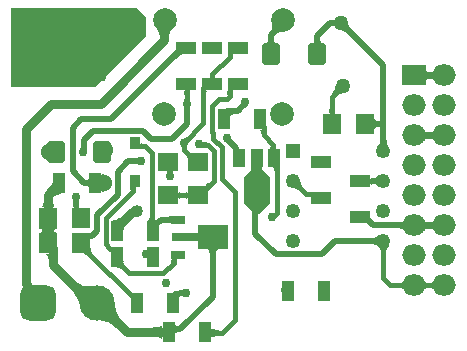
<source format=gbl>
G04*
G04 #@! TF.GenerationSoftware,Altium Limited,Altium Designer,22.5.1 (42)*
G04*
G04 Layer_Physical_Order=2*
G04 Layer_Color=16711680*
%FSLAX25Y25*%
%MOIN*%
G70*
G04*
G04 #@! TF.SameCoordinates,55109760-4B7D-4162-96C6-5D1F9AFAF14A*
G04*
G04*
G04 #@! TF.FilePolarity,Positive*
G04*
G01*
G75*
%ADD20R,0.06299X0.07087*%
%ADD21R,0.04173X0.07165*%
%ADD42C,0.02000*%
%ADD43C,0.01600*%
%ADD44C,0.03000*%
%ADD45R,0.04921X0.04921*%
%ADD46C,0.04921*%
G04:AMPARAMS|DCode=47|XSize=118.11mil|YSize=118.11mil|CornerRadius=29.53mil|HoleSize=0mil|Usage=FLASHONLY|Rotation=0.000|XOffset=0mil|YOffset=0mil|HoleType=Round|Shape=RoundedRectangle|*
%AMROUNDEDRECTD47*
21,1,0.11811,0.05906,0,0,0.0*
21,1,0.05906,0.11811,0,0,0.0*
1,1,0.05906,0.02953,-0.02953*
1,1,0.05906,-0.02953,-0.02953*
1,1,0.05906,-0.02953,0.02953*
1,1,0.05906,0.02953,0.02953*
%
%ADD47ROUNDEDRECTD47*%
%ADD48C,0.11811*%
%ADD49O,0.07874X0.07087*%
%ADD50R,0.07874X0.07087*%
%ADD51C,0.07874*%
%ADD52C,0.03000*%
%ADD53C,0.05000*%
%ADD54C,0.06000*%
%ADD55C,0.04000*%
%ADD56R,0.07165X0.04173*%
G04:AMPARAMS|DCode=57|XSize=59.06mil|YSize=70.87mil|CornerRadius=7.38mil|HoleSize=0mil|Usage=FLASHONLY|Rotation=0.000|XOffset=0mil|YOffset=0mil|HoleType=Round|Shape=RoundedRectangle|*
%AMROUNDEDRECTD57*
21,1,0.05906,0.05610,0,0,0.0*
21,1,0.04429,0.07087,0,0,0.0*
1,1,0.01476,0.02215,-0.02805*
1,1,0.01476,-0.02215,-0.02805*
1,1,0.01476,-0.02215,0.02805*
1,1,0.01476,0.02215,0.02805*
%
%ADD57ROUNDEDRECTD57*%
%ADD58R,0.03937X0.05906*%
%ADD59R,0.04724X0.03150*%
%ADD60R,0.09055X0.03150*%
%ADD61R,0.09843X0.07874*%
%ADD62R,0.07087X0.06299*%
%ADD63R,0.03701X0.04016*%
G36*
X109168Y107874D02*
X107761Y107861D01*
Y109861D01*
X109057Y109871D01*
X109168Y107874D01*
D02*
G37*
G36*
X113910Y108763D02*
X113946Y108547D01*
X114007Y108327D01*
X114093Y108103D01*
X114205Y107874D01*
X114342Y107642D01*
X114504Y107406D01*
X114691Y107166D01*
X114904Y106921D01*
X115141Y106673D01*
X113727Y105259D01*
X113479Y105496D01*
X112994Y105896D01*
X112758Y106058D01*
X112526Y106195D01*
X112297Y106307D01*
X112073Y106393D01*
X111853Y106454D01*
X111637Y106490D01*
X111425Y106500D01*
X113900Y108975D01*
X113910Y108763D01*
D02*
G37*
G36*
X91765Y106070D02*
X91522Y106066D01*
X91268Y106026D01*
X91004Y105950D01*
X90728Y105838D01*
X90442Y105690D01*
X90144Y105505D01*
X89835Y105285D01*
X89516Y105028D01*
X88844Y104407D01*
X87430Y105821D01*
X87706Y106112D01*
X87942Y106395D01*
X88139Y106670D01*
X88297Y106936D01*
X88416Y107194D01*
X88495Y107444D01*
X88536Y107686D01*
X88537Y107919D01*
X88498Y108144D01*
X88420Y108361D01*
X91765Y106070D01*
D02*
G37*
G36*
X55130Y106969D02*
X54925Y106772D01*
X54741Y106534D01*
X54579Y106257D01*
X54439Y105939D01*
X54320Y105581D01*
X54222Y105183D01*
X54147Y104745D01*
X54093Y104267D01*
X54050Y103190D01*
X51050Y103258D01*
X51039Y103816D01*
X50956Y104815D01*
X50883Y105256D01*
X50789Y105657D01*
X50675Y106019D01*
X50540Y106343D01*
X50384Y106626D01*
X50207Y106871D01*
X50009Y107077D01*
X55130Y106969D01*
D02*
G37*
G36*
X104587Y103663D02*
X104617Y103321D01*
X104667Y103019D01*
X104737Y102758D01*
X104827Y102536D01*
X104937Y102355D01*
X105067Y102215D01*
X105217Y102114D01*
X105387Y102054D01*
X105577Y102033D01*
X101577D01*
X101767Y102054D01*
X101937Y102114D01*
X102087Y102215D01*
X102217Y102355D01*
X102327Y102536D01*
X102417Y102758D01*
X102487Y103019D01*
X102537Y103321D01*
X102567Y103663D01*
X102577Y104045D01*
X104577D01*
X104587Y103663D01*
D02*
G37*
G36*
X89147D02*
X89177Y103321D01*
X89227Y103019D01*
X89297Y102758D01*
X89387Y102536D01*
X89497Y102355D01*
X89627Y102215D01*
X89777Y102114D01*
X89947Y102054D01*
X90137Y102033D01*
X86137D01*
X86327Y102054D01*
X86497Y102114D01*
X86647Y102215D01*
X86777Y102355D01*
X86887Y102536D01*
X86977Y102758D01*
X87047Y103019D01*
X87097Y103321D01*
X87127Y103663D01*
X87137Y104045D01*
X89137D01*
X89147Y103663D01*
D02*
G37*
G36*
X59158Y98453D02*
X59003Y98565D01*
X58820Y98620D01*
X58609Y98619D01*
X58369Y98562D01*
X58100Y98447D01*
X57803Y98276D01*
X57477Y98049D01*
X57123Y97765D01*
X56329Y97027D01*
X54915Y98441D01*
X55312Y98852D01*
X55937Y99589D01*
X56164Y99915D01*
X56335Y100212D01*
X56450Y100480D01*
X56507Y100721D01*
X56509Y100932D01*
X56453Y101115D01*
X56341Y101270D01*
X59158Y98453D01*
D02*
G37*
G36*
X69425Y91751D02*
X69445Y91498D01*
X69479Y91275D01*
X69526Y91082D01*
X69586Y90919D01*
X69661Y90785D01*
X69749Y90681D01*
X69850Y90606D01*
X69964Y90562D01*
X70093Y90547D01*
X67143D01*
X67271Y90562D01*
X67386Y90606D01*
X67487Y90681D01*
X67575Y90785D01*
X67649Y90919D01*
X67710Y91082D01*
X67757Y91275D01*
X67791Y91498D01*
X67811Y91751D01*
X67818Y92034D01*
X69418D01*
X69425Y91751D01*
D02*
G37*
G36*
X139833Y93310D02*
X139893Y93140D01*
X139994Y92990D01*
X140135Y92860D01*
X140316Y92750D01*
X140537Y92660D01*
X140799Y92590D01*
X141020Y92553D01*
X141379Y92589D01*
X141700Y92659D01*
X141971Y92748D01*
X142194Y92857D01*
X142366Y92986D01*
X142490Y93135D01*
X142564Y93304D01*
X142589Y93492D01*
Y89508D01*
X142564Y89696D01*
X142490Y89865D01*
X142366Y90014D01*
X142194Y90143D01*
X141971Y90252D01*
X141700Y90341D01*
X141379Y90411D01*
X141060Y90453D01*
X140799Y90410D01*
X140537Y90340D01*
X140316Y90250D01*
X140135Y90140D01*
X139994Y90010D01*
X139893Y89860D01*
X139833Y89690D01*
X139813Y89500D01*
Y93500D01*
X139833Y93310D01*
D02*
G37*
G36*
X46500Y111000D02*
Y104500D01*
X29500Y87500D01*
X1500D01*
Y114000D01*
X43500D01*
X46500Y111000D01*
D02*
G37*
G36*
X75765Y86405D02*
X75629Y86356D01*
X75509Y86275D01*
X75405Y86162D01*
X75317Y86017D01*
X75245Y85839D01*
X75189Y85630D01*
X75149Y85389D01*
X75125Y85115D01*
X75117Y84810D01*
X73517D01*
X73529Y86410D01*
X75917Y86422D01*
X75765Y86405D01*
D02*
G37*
G36*
X67065D02*
X66929Y86356D01*
X66809Y86275D01*
X66705Y86162D01*
X66617Y86017D01*
X66545Y85839D01*
X66489Y85630D01*
X66449Y85389D01*
X66425Y85115D01*
X66417Y84810D01*
X64817D01*
X64829Y86410D01*
X67217Y86422D01*
X67065Y86405D01*
D02*
G37*
G36*
X61548Y86405D02*
X61412Y86357D01*
X61292Y86277D01*
X61188Y86164D01*
X61100Y86019D01*
X61028Y85841D01*
X60972Y85632D01*
X60932Y85390D01*
X60908Y85116D01*
X60900Y84810D01*
X59300D01*
X59292Y85116D01*
X59268Y85390D01*
X59228Y85632D01*
X59172Y85841D01*
X59100Y86019D01*
X59012Y86164D01*
X58908Y86277D01*
X58788Y86357D01*
X58652Y86405D01*
X58500Y86422D01*
X61700D01*
X61548Y86405D01*
D02*
G37*
G36*
X111975Y85500D02*
X111711Y85491D01*
X111449Y85458D01*
X111191Y85402D01*
X110937Y85322D01*
X110685Y85218D01*
X110437Y85091D01*
X110192Y84940D01*
X109950Y84765D01*
X109712Y84567D01*
X109477Y84345D01*
X108345Y85477D01*
X108567Y85712D01*
X108765Y85950D01*
X108940Y86192D01*
X109091Y86437D01*
X109218Y86685D01*
X109322Y86937D01*
X109402Y87191D01*
X109458Y87449D01*
X109491Y87711D01*
X109500Y87975D01*
X111975Y85500D01*
D02*
G37*
G36*
X60903Y84247D02*
X60940Y83692D01*
X60962Y83543D01*
X60990Y83412D01*
X61023Y83300D01*
X61060Y83205D01*
X61102Y83129D01*
X61150Y83071D01*
X59050D01*
X59097Y83129D01*
X59140Y83205D01*
X59178Y83300D01*
X59210Y83412D01*
X59237Y83543D01*
X59260Y83692D01*
X59290Y84044D01*
X59300Y84469D01*
X60900D01*
X60903Y84247D01*
D02*
G37*
G36*
X79970Y81302D02*
X79349Y80535D01*
X77338Y81352D01*
X77498Y81514D01*
X78086Y82187D01*
X78122Y82250D01*
X78140Y82299D01*
X78141Y82334D01*
X79970Y81302D01*
D02*
G37*
G36*
X61141Y80907D02*
X61132Y80863D01*
X61124Y80796D01*
X61108Y80456D01*
X61100Y79682D01*
X59100D01*
X59050Y80929D01*
X61150D01*
X61141Y80907D01*
D02*
G37*
G36*
X109208Y80127D02*
X109232Y79855D01*
X109272Y79615D01*
X109328Y79407D01*
X109400Y79231D01*
X109488Y79087D01*
X109592Y78975D01*
X109712Y78895D01*
X109848Y78847D01*
X110000Y78831D01*
X106800D01*
X106952Y78847D01*
X107088Y78895D01*
X107208Y78975D01*
X107312Y79087D01*
X107400Y79231D01*
X107472Y79407D01*
X107528Y79615D01*
X107568Y79855D01*
X107592Y80127D01*
X107600Y80431D01*
X109200D01*
X109208Y80127D01*
D02*
G37*
G36*
X76459Y78583D02*
X76077Y78573D01*
X75736Y78543D01*
X75434Y78493D01*
X75173Y78423D01*
X74952Y78333D01*
X74771Y78223D01*
X74630Y78093D01*
X74529Y77943D01*
X74468Y77773D01*
X74447Y77583D01*
X74459Y80571D01*
X76459Y80583D01*
Y78583D01*
D02*
G37*
G36*
X122569Y77110D02*
X122630Y76940D01*
X122730Y76790D01*
X122871Y76660D01*
X123052Y76550D01*
X123274Y76460D01*
X123535Y76390D01*
X123837Y76340D01*
X124179Y76310D01*
X124561Y76300D01*
Y74300D01*
X124179Y74290D01*
X123837Y74260D01*
X123535Y74210D01*
X123274Y74140D01*
X123052Y74050D01*
X122871Y73940D01*
X122730Y73810D01*
X122630Y73660D01*
X122569Y73490D01*
X122549Y73300D01*
Y77300D01*
X122569Y77110D01*
D02*
G37*
G36*
X142589Y69508D02*
X142564Y69696D01*
X142490Y69865D01*
X142366Y70014D01*
X142194Y70143D01*
X141971Y70252D01*
X141700Y70341D01*
X141379Y70411D01*
X141008Y70460D01*
X140954Y70464D01*
X140421Y70411D01*
X140100Y70341D01*
X139829Y70252D01*
X139606Y70143D01*
X139434Y70014D01*
X139310Y69865D01*
X139236Y69696D01*
X139211Y69508D01*
Y73492D01*
X139236Y73304D01*
X139310Y73135D01*
X139434Y72986D01*
X139606Y72857D01*
X139829Y72748D01*
X140100Y72659D01*
X140421Y72589D01*
X140792Y72540D01*
X140846Y72536D01*
X141379Y72589D01*
X141700Y72659D01*
X141971Y72748D01*
X142194Y72857D01*
X142366Y72986D01*
X142490Y73135D01*
X142564Y73304D01*
X142589Y73492D01*
Y69508D01*
D02*
G37*
G36*
X86490Y73429D02*
X86493Y73413D01*
X86495Y73365D01*
X86502Y71829D01*
X84902D01*
X84894Y72135D01*
X84870Y72408D01*
X84830Y72650D01*
X84774Y72859D01*
X84702Y73036D01*
X84614Y73181D01*
X84510Y73295D01*
X84390Y73376D01*
X84254Y73425D01*
X84102Y73441D01*
X86490Y73429D01*
D02*
G37*
G36*
X61311Y70080D02*
X61157Y69922D01*
X60790Y69502D01*
X60701Y69381D01*
X60628Y69269D01*
X60571Y69167D01*
X60531Y69074D01*
X60507Y68990D01*
X60500Y68915D01*
X59015Y70400D01*
X59090Y70407D01*
X59174Y70431D01*
X59267Y70472D01*
X59369Y70528D01*
X59481Y70601D01*
X59602Y70690D01*
X59873Y70918D01*
X60180Y71211D01*
X61311Y70080D01*
D02*
G37*
G36*
X74991Y70263D02*
X75014Y70217D01*
X75053Y70157D01*
X75110Y70082D01*
X75276Y69889D01*
X75814Y69330D01*
X74151Y68165D01*
X73324Y69010D01*
X74986Y70294D01*
X74991Y70263D01*
D02*
G37*
G36*
X126607Y70177D02*
X126665Y69560D01*
X126716Y69283D01*
X126781Y69026D01*
X126860Y68791D01*
X126954Y68576D01*
X127062Y68382D01*
X127185Y68209D01*
X127322Y68057D01*
X123878D01*
X124015Y68209D01*
X124138Y68382D01*
X124246Y68576D01*
X124340Y68791D01*
X124419Y69026D01*
X124484Y69283D01*
X124535Y69560D01*
X124571Y69858D01*
X124593Y70177D01*
X124600Y70517D01*
X126600D01*
X126607Y70177D01*
D02*
G37*
G36*
X65393Y69483D02*
X65463Y69430D01*
X65552Y69384D01*
X65660Y69344D01*
X65787Y69310D01*
X65932Y69282D01*
X66097Y69260D01*
X66482Y69235D01*
X66702Y69232D01*
X66353Y67632D01*
X66130Y67631D01*
X65295Y67576D01*
X65184Y67555D01*
X65093Y67532D01*
X65020Y67505D01*
X64966Y67476D01*
X65342Y69542D01*
X65393Y69483D01*
D02*
G37*
G36*
X89594Y68133D02*
X89614Y67880D01*
X89648Y67657D01*
X89695Y67464D01*
X89756Y67300D01*
X89830Y67167D01*
X89917Y67063D01*
X90019Y66988D01*
X90133Y66944D01*
X90262Y66929D01*
X87312D01*
X87440Y66944D01*
X87555Y66988D01*
X87656Y67063D01*
X87744Y67167D01*
X87818Y67300D01*
X87879Y67464D01*
X87926Y67657D01*
X87960Y67880D01*
X87980Y68133D01*
X87987Y68415D01*
X89587D01*
X89594Y68133D01*
D02*
G37*
G36*
X26691Y68111D02*
X26678Y66928D01*
X24595Y67196D01*
X24613Y67222D01*
X24630Y67270D01*
X24644Y67341D01*
X24657Y67434D01*
X24676Y67687D01*
X24691Y68463D01*
X26691Y68111D01*
D02*
G37*
G36*
X44740Y69159D02*
X44781Y69068D01*
X44849Y68987D01*
X44944Y68917D01*
X45065Y68858D01*
X45214Y68809D01*
X45389Y68772D01*
X45591Y68745D01*
X45821Y68729D01*
X46077Y68723D01*
Y67123D01*
X45822Y67120D01*
X45220Y67072D01*
X45073Y67043D01*
X44952Y67008D01*
X44859Y66967D01*
X44792Y66919D01*
X44752Y66864D01*
X44738Y66803D01*
X44726Y69262D01*
X44740Y69159D01*
D02*
G37*
G36*
X60451Y66505D02*
X61161Y65896D01*
X61352Y65765D01*
X61521Y65670D01*
X61667Y65610D01*
X61791Y65587D01*
X61892Y65600D01*
X61970Y65649D01*
X60169Y63848D01*
X60218Y63926D01*
X60231Y64027D01*
X60208Y64151D01*
X60149Y64297D01*
X60053Y64466D01*
X59922Y64657D01*
X59755Y64871D01*
X59313Y65367D01*
X59037Y65649D01*
X60169Y66781D01*
X60451Y66505D01*
D02*
G37*
G36*
X43872Y61822D02*
X42689Y61809D01*
X42337Y63809D01*
X42564Y63810D01*
X43530Y63870D01*
X43578Y63886D01*
X43604Y63905D01*
X43872Y61822D01*
D02*
G37*
G36*
X91098Y61043D02*
X91035Y60995D01*
X90980Y60915D01*
X90932Y60803D01*
X90892Y60659D01*
X90859Y60483D01*
X90833Y60275D01*
X90804Y59763D01*
X90800Y59459D01*
X89200D01*
X89192Y59763D01*
X89168Y60035D01*
X89128Y60275D01*
X89072Y60483D01*
X89000Y60659D01*
X88912Y60803D01*
X88808Y60915D01*
X88688Y60995D01*
X88552Y61043D01*
X88400Y61059D01*
X91167D01*
X91098Y61043D01*
D02*
G37*
G36*
X55203Y60247D02*
X55240Y59692D01*
X55263Y59543D01*
X55290Y59412D01*
X55298Y59386D01*
X55774D01*
X55665Y59372D01*
X55568Y59331D01*
X55481Y59262D01*
X55407Y59164D01*
X55395Y59142D01*
X55402Y59129D01*
X55450Y59071D01*
X55360D01*
X55344Y59040D01*
X55292Y58887D01*
X55252Y58707D01*
X55223Y58499D01*
X55206Y58263D01*
X55200Y58000D01*
X53600D01*
X53594Y58263D01*
X53548Y58707D01*
X53508Y58887D01*
X53456Y59040D01*
X53440Y59071D01*
X53350D01*
X53398Y59129D01*
X53405Y59142D01*
X53393Y59164D01*
X53319Y59262D01*
X53233Y59331D01*
X53135Y59372D01*
X53026Y59386D01*
X53502D01*
X53510Y59412D01*
X53537Y59543D01*
X53560Y59692D01*
X53590Y60044D01*
X53600Y60469D01*
X55200D01*
X55203Y60247D01*
D02*
G37*
G36*
X123872Y54548D02*
X123681Y54721D01*
X123475Y54875D01*
X123255Y55012D01*
X123021Y55130D01*
X122773Y55230D01*
X122510Y55312D01*
X122234Y55376D01*
X122224Y55378D01*
X122047Y55330D01*
X121871Y55258D01*
X121727Y55170D01*
X121615Y55066D01*
X121535Y54946D01*
X121487Y54810D01*
X121471Y54658D01*
Y55454D01*
X121319Y55458D01*
X121291Y57058D01*
X121471Y57063D01*
Y57858D01*
X121487Y57706D01*
X121535Y57570D01*
X121615Y57450D01*
X121727Y57346D01*
X121871Y57258D01*
X122047Y57186D01*
X122208Y57143D01*
X122480Y57207D01*
X122740Y57291D01*
X122985Y57394D01*
X123215Y57516D01*
X123429Y57656D01*
X123629Y57815D01*
X123813Y57992D01*
X123872Y54548D01*
D02*
G37*
G36*
X29777Y53486D02*
X29562Y53701D01*
X29327Y53893D01*
X29072Y54063D01*
X28797Y54210D01*
X28503Y54335D01*
X28188Y54437D01*
X27854Y54516D01*
X27500Y54573D01*
X27369Y54584D01*
Y54143D01*
X27354Y54233D01*
X27309Y54314D01*
X27235Y54385D01*
X27131Y54447D01*
X26997Y54499D01*
X26834Y54542D01*
X26640Y54575D01*
X26417Y54599D01*
X25882Y54618D01*
Y56618D01*
X26165Y56623D01*
X26640Y56661D01*
X26834Y56694D01*
X26997Y56736D01*
X27131Y56789D01*
X27235Y56850D01*
X27309Y56922D01*
X27354Y57002D01*
X27369Y57093D01*
Y56642D01*
X27580Y56660D01*
X27936Y56714D01*
X28275Y56788D01*
X28596Y56884D01*
X28900Y57001D01*
X29186Y57140D01*
X29455Y57299D01*
X29707Y57480D01*
X29942Y57683D01*
X29777Y53486D01*
D02*
G37*
G36*
X68363Y54626D02*
X68045Y54297D01*
X67545Y53707D01*
X67362Y53446D01*
X67225Y53209D01*
X67134Y52994D01*
X67087Y52802D01*
X67086Y52633D01*
X67130Y52486D01*
X67219Y52363D01*
X64969Y54614D01*
X65092Y54524D01*
X65238Y54480D01*
X65407Y54482D01*
X65599Y54528D01*
X65814Y54620D01*
X66052Y54757D01*
X66312Y54939D01*
X66596Y55166D01*
X67231Y55757D01*
X68363Y54626D01*
D02*
G37*
G36*
X43286Y54204D02*
X43207Y54165D01*
X43137Y54101D01*
X43076Y54011D01*
X43025Y53896D01*
X42983Y53756D01*
X42951Y53590D01*
X42928Y53399D01*
X42913Y53182D01*
X42909Y52939D01*
X41309D01*
X41306Y53180D01*
X41269Y53749D01*
X41247Y53889D01*
X41220Y54002D01*
X41188Y54091D01*
X41151Y54154D01*
X41109Y54192D01*
X41062Y54205D01*
X43374Y54217D01*
X43286Y54204D01*
D02*
G37*
G36*
X98070Y56018D02*
X98102Y55764D01*
X98158Y55513D01*
X98237Y55264D01*
X98340Y55018D01*
X98466Y54774D01*
X98615Y54534D01*
X98788Y54296D01*
X98984Y54061D01*
X99203Y53828D01*
X98072Y52697D01*
X97839Y52916D01*
X97604Y53112D01*
X97366Y53285D01*
X97126Y53434D01*
X96882Y53560D01*
X96636Y53663D01*
X96387Y53742D01*
X96136Y53798D01*
X95882Y53830D01*
X95625Y53839D01*
X98061Y56275D01*
X98070Y56018D01*
D02*
G37*
G36*
X60169Y49888D02*
X60153Y50040D01*
X60105Y50176D01*
X60025Y50296D01*
X59913Y50400D01*
X59769Y50488D01*
X59593Y50560D01*
X59385Y50616D01*
X59145Y50656D01*
X58873Y50680D01*
X58738Y50684D01*
X58602Y50680D01*
X58328Y50656D01*
X58087Y50616D01*
X57877Y50560D01*
X57700Y50488D01*
X57555Y50400D01*
X57442Y50296D01*
X57361Y50176D01*
X57313Y50040D01*
X57297Y49888D01*
Y53088D01*
X57313Y52936D01*
X57361Y52800D01*
X57442Y52680D01*
X57555Y52576D01*
X57700Y52488D01*
X57877Y52416D01*
X58087Y52360D01*
X58328Y52320D01*
X58602Y52296D01*
X58738Y52293D01*
X58873Y52296D01*
X59145Y52320D01*
X59385Y52360D01*
X59593Y52416D01*
X59769Y52488D01*
X59913Y52576D01*
X60025Y52680D01*
X60105Y52800D01*
X60153Y52936D01*
X60169Y53088D01*
Y49888D01*
D02*
G37*
G36*
X17032Y51941D02*
X16972Y52022D01*
X16878Y52055D01*
X16752Y52040D01*
X16593Y51977D01*
X16401Y51867D01*
X16177Y51709D01*
X15919Y51503D01*
X15305Y50948D01*
X14949Y50599D01*
X12828Y52721D01*
X13344Y53244D01*
X15041Y55201D01*
X15204Y55460D01*
X15307Y55675D01*
X15352Y55845D01*
X15337Y55972D01*
X17032Y51941D01*
D02*
G37*
G36*
X101229Y52775D02*
X101241Y50671D01*
X101227Y50769D01*
X101187Y50856D01*
X101121Y50934D01*
X101027Y51001D01*
X100908Y51058D01*
X100762Y51104D01*
X100589Y51140D01*
X100391Y51166D01*
X100165Y51182D01*
X99913Y51187D01*
Y52787D01*
X101229Y52775D01*
D02*
G37*
G36*
X24002Y49871D02*
X23960Y49795D01*
X23923Y49700D01*
X23890Y49588D01*
X23863Y49457D01*
X23840Y49308D01*
X23810Y48956D01*
X23807Y48847D01*
X23808Y48826D01*
X23832Y48552D01*
X23872Y48311D01*
X23928Y48101D01*
X24000Y47924D01*
X24088Y47779D01*
X24192Y47666D01*
X24312Y47585D01*
X24448Y47536D01*
X24600Y47519D01*
X21774Y47531D01*
X21855Y47547D01*
X21927Y47595D01*
X21991Y47675D01*
X22047Y47787D01*
X22094Y47931D01*
X22132Y48107D01*
X22162Y48315D01*
X22183Y48555D01*
X22192Y48842D01*
X22160Y49308D01*
X22138Y49457D01*
X22110Y49588D01*
X22077Y49700D01*
X22040Y49795D01*
X21997Y49871D01*
X21950Y49929D01*
X24050D01*
X24002Y49871D01*
D02*
G37*
G36*
X15403Y49959D02*
X15448Y49447D01*
X15523Y48995D01*
X15628Y48604D01*
X15763Y48272D01*
X15928Y48001D01*
X16123Y47790D01*
X16348Y47640D01*
X16603Y47549D01*
X16888Y47519D01*
X10888D01*
X11173Y47549D01*
X11428Y47640D01*
X11653Y47790D01*
X11848Y48001D01*
X12013Y48272D01*
X12148Y48604D01*
X12253Y48995D01*
X12328Y49447D01*
X12373Y49959D01*
X12388Y50531D01*
X15388D01*
X15403Y49959D01*
D02*
G37*
G36*
X85274Y59866D02*
X87636Y57504D01*
Y48842D01*
X84093Y45299D01*
X82518D01*
X78975Y48842D01*
Y57504D01*
X81337Y59866D01*
Y66953D01*
X85274D01*
Y59866D01*
D02*
G37*
G36*
X49242Y44365D02*
X49266Y44091D01*
X49306Y43850D01*
X49362Y43640D01*
X49434Y43463D01*
X49522Y43318D01*
X49626Y43205D01*
X49746Y43124D01*
X49882Y43075D01*
X50034Y43059D01*
X46841Y43071D01*
X46992Y43087D01*
X47127Y43135D01*
X47245Y43215D01*
X47349Y43327D01*
X47436Y43471D01*
X47507Y43647D01*
X47563Y43855D01*
X47602Y44095D01*
X47626Y44367D01*
X47634Y44671D01*
X49234D01*
X49242Y44365D01*
D02*
G37*
G36*
X142589Y39508D02*
X142564Y39696D01*
X142490Y39865D01*
X142366Y40014D01*
X142194Y40143D01*
X141971Y40252D01*
X141700Y40341D01*
X141379Y40411D01*
X141008Y40460D01*
X140954Y40464D01*
X140421Y40411D01*
X140100Y40341D01*
X139829Y40252D01*
X139606Y40143D01*
X139434Y40014D01*
X139310Y39865D01*
X139236Y39696D01*
X139211Y39508D01*
Y43492D01*
X139236Y43304D01*
X139310Y43135D01*
X139434Y42986D01*
X139606Y42857D01*
X139829Y42748D01*
X140100Y42659D01*
X140421Y42589D01*
X140792Y42540D01*
X140846Y42536D01*
X141379Y42589D01*
X141700Y42659D01*
X141971Y42748D01*
X142194Y42857D01*
X142366Y42986D01*
X142490Y43135D01*
X142564Y43304D01*
X142589Y43492D01*
Y39508D01*
D02*
G37*
G36*
X54884Y41843D02*
X54864Y41950D01*
X54804Y42045D01*
X54704Y42130D01*
X54564Y42203D01*
X54384Y42265D01*
X54164Y42316D01*
X53904Y42355D01*
X53604Y42383D01*
X52885Y42406D01*
Y44405D01*
X53264Y44411D01*
X53904Y44456D01*
X54164Y44496D01*
X54384Y44546D01*
X54564Y44608D01*
X54704Y44681D01*
X54804Y44766D01*
X54864Y44861D01*
X54884Y44968D01*
Y41843D01*
D02*
G37*
G36*
X132589Y39508D02*
X132564Y39696D01*
X132490Y39865D01*
X132366Y40014D01*
X132194Y40143D01*
X131971Y40252D01*
X131700Y40341D01*
X131379Y40411D01*
X131008Y40460D01*
X130589Y40490D01*
X130119Y40500D01*
Y42500D01*
X130589Y42510D01*
X131379Y42589D01*
X131700Y42659D01*
X131971Y42748D01*
X132194Y42857D01*
X132366Y42986D01*
X132490Y43135D01*
X132564Y43304D01*
X132589Y43492D01*
Y39508D01*
D02*
G37*
G36*
X41080Y43071D02*
X40487Y42457D01*
X39555Y41355D01*
X39215Y40868D01*
X38960Y40423D01*
X38788Y40020D01*
X38702Y39658D01*
X38699Y39340D01*
X38781Y39063D01*
X38947Y38828D01*
X34810Y43071D01*
X35216Y43092D01*
X35625Y43156D01*
X36035Y43262D01*
X36447Y43410D01*
X36861Y43601D01*
X37277Y43834D01*
X37694Y44110D01*
X38114Y44428D01*
X38535Y44789D01*
X38959Y45192D01*
X41080Y43071D01*
D02*
G37*
G36*
X15403Y41459D02*
X15448Y40947D01*
X15523Y40495D01*
X15530Y40469D01*
X16888D01*
X16603Y40439D01*
X16348Y40349D01*
X16123Y40199D01*
X15928Y39989D01*
X15779Y39745D01*
X15928Y39501D01*
X16123Y39290D01*
X16348Y39140D01*
X16603Y39049D01*
X16888Y39019D01*
X15529D01*
X15523Y38999D01*
X15448Y38549D01*
X15403Y38039D01*
X15388Y37469D01*
X12388D01*
X12373Y38039D01*
X12328Y38549D01*
X12253Y38999D01*
X12248Y39019D01*
X10888D01*
X11173Y39049D01*
X11428Y39140D01*
X11653Y39290D01*
X11848Y39501D01*
X11997Y39745D01*
X11848Y39989D01*
X11653Y40199D01*
X11428Y40349D01*
X11173Y40439D01*
X10888Y40469D01*
X12246D01*
X12253Y40495D01*
X12328Y40947D01*
X12373Y41459D01*
X12388Y42031D01*
X15388D01*
X15403Y41459D01*
D02*
G37*
G36*
X63992Y38866D02*
X63996Y38860D01*
X64096Y38776D01*
X64236Y38703D01*
X64416Y38641D01*
X64636Y38590D01*
X64896Y38551D01*
X65196Y38522D01*
X65916Y38500D01*
Y36500D01*
X65536Y36494D01*
X64896Y36449D01*
X64636Y36410D01*
X64416Y36359D01*
X64236Y36297D01*
X64096Y36224D01*
X63996Y36140D01*
X63992Y36134D01*
Y35500D01*
X63972Y35690D01*
X63912Y35860D01*
X63811Y36010D01*
X63670Y36140D01*
X63489Y36250D01*
X63268Y36340D01*
X63006Y36410D01*
X62704Y36460D01*
X62362Y36490D01*
X61980Y36500D01*
Y38500D01*
X62362Y38510D01*
X62704Y38540D01*
X63006Y38590D01*
X63268Y38660D01*
X63489Y38750D01*
X63670Y38860D01*
X63811Y38990D01*
X63912Y39140D01*
X63972Y39310D01*
X63992Y39500D01*
Y38866D01*
D02*
G37*
G36*
X123843Y34578D02*
X123691Y34715D01*
X123518Y34838D01*
X123324Y34946D01*
X123109Y35040D01*
X122874Y35119D01*
X122617Y35184D01*
X122340Y35235D01*
X122042Y35271D01*
X121723Y35293D01*
X121383Y35300D01*
Y37300D01*
X121723Y37307D01*
X122340Y37365D01*
X122617Y37416D01*
X122874Y37481D01*
X123109Y37560D01*
X123324Y37654D01*
X123518Y37762D01*
X123691Y37885D01*
X123843Y38022D01*
Y34578D01*
D02*
G37*
G36*
X127147Y34355D02*
X126990Y34152D01*
X126852Y33935D01*
X126732Y33703D01*
X126631Y33456D01*
X126548Y33195D01*
X126483Y32919D01*
X126437Y32629D01*
X126409Y32324D01*
X126400Y32005D01*
X124800D01*
X124791Y32324D01*
X124763Y32629D01*
X124717Y32919D01*
X124652Y33195D01*
X124569Y33456D01*
X124468Y33703D01*
X124348Y33935D01*
X124210Y34152D01*
X124053Y34355D01*
X123878Y34543D01*
X127322D01*
X127147Y34355D01*
D02*
G37*
G36*
X70507Y33567D02*
X70337Y33507D01*
X70187Y33406D01*
X70057Y33265D01*
X69947Y33084D01*
X69857Y32863D01*
X69787Y32601D01*
X69737Y32299D01*
X69707Y31957D01*
X69697Y31575D01*
X67697D01*
X67687Y31957D01*
X67657Y32299D01*
X67607Y32601D01*
X67537Y32863D01*
X67447Y33084D01*
X67337Y33265D01*
X67207Y33406D01*
X67057Y33507D01*
X66887Y33567D01*
X66697Y33587D01*
X70697D01*
X70507Y33567D01*
D02*
G37*
G36*
X49412Y31635D02*
X48350Y30434D01*
X48226Y30554D01*
X48006Y30744D01*
X47909Y30815D01*
X47821Y30869D01*
X47741Y30907D01*
X47671Y30928D01*
X47609Y30933D01*
X47556Y30921D01*
X47512Y30893D01*
X47779Y32784D01*
X49412Y31635D01*
D02*
G37*
G36*
X27943Y33774D02*
X27886Y33639D01*
X27877Y33478D01*
X27917Y33291D01*
X28006Y33078D01*
X28143Y32838D01*
X28330Y32573D01*
X28565Y32281D01*
X29181Y31620D01*
X28266Y30272D01*
X27847Y30680D01*
X26770Y31587D01*
X26471Y31784D01*
X26204Y31927D01*
X25967Y32017D01*
X25760Y32054D01*
X25584Y32038D01*
X25438Y31969D01*
X28049Y33883D01*
X27943Y33774D01*
D02*
G37*
G36*
X56705Y30033D02*
X56663Y30001D01*
X56627Y29948D01*
X56596Y29874D01*
X56569Y29779D01*
X56547Y29664D01*
X56530Y29526D01*
X56511Y29190D01*
X56508Y28990D01*
X54909D01*
X54884Y30032D01*
X56751Y30044D01*
X56705Y30033D01*
D02*
G37*
G36*
X17028Y31939D02*
X17030Y31849D01*
X17038Y28969D01*
X14038D01*
X14023Y29539D01*
X13978Y30049D01*
X13903Y30499D01*
X13798Y30889D01*
X13663Y31219D01*
X13498Y31489D01*
X13303Y31699D01*
X13078Y31849D01*
X12823Y31939D01*
X12538Y31969D01*
X17026D01*
X17028Y31939D01*
D02*
G37*
G36*
X38868Y29568D02*
X38823Y29421D01*
Y29251D01*
X38868Y29059D01*
X38959Y28844D01*
X39095Y28606D01*
X39276Y28346D01*
X39502Y28063D01*
X40090Y27429D01*
X38959Y26298D01*
X38631Y26615D01*
X38043Y27112D01*
X37782Y27294D01*
X37545Y27429D01*
X37330Y27520D01*
X37137Y27565D01*
X36968D01*
X36821Y27520D01*
X36696Y27429D01*
X38959Y29692D01*
X38868Y29568D01*
D02*
G37*
G36*
X142368Y19906D02*
X142349Y20057D01*
X142292Y20192D01*
X142196Y20311D01*
X142062Y20414D01*
X141891Y20501D01*
X141681Y20573D01*
X141432Y20628D01*
X141146Y20668D01*
X140913Y20685D01*
X140367Y20628D01*
X140119Y20573D01*
X139909Y20501D01*
X139737Y20414D01*
X139604Y20311D01*
X139508Y20192D01*
X139451Y20057D01*
X139432Y19906D01*
Y23094D01*
X139451Y22943D01*
X139508Y22808D01*
X139604Y22689D01*
X139737Y22586D01*
X139909Y22499D01*
X140119Y22427D01*
X140367Y22372D01*
X140654Y22332D01*
X140886Y22315D01*
X141432Y22372D01*
X141681Y22427D01*
X141891Y22499D01*
X142062Y22586D01*
X142196Y22689D01*
X142292Y22808D01*
X142349Y22943D01*
X142368Y23094D01*
Y19906D01*
D02*
G37*
G36*
X132368D02*
X132349Y20057D01*
X132292Y20192D01*
X132196Y20311D01*
X132062Y20414D01*
X131891Y20501D01*
X131681Y20573D01*
X131432Y20628D01*
X131146Y20668D01*
X130822Y20692D01*
X130459Y20700D01*
Y22300D01*
X130822Y22308D01*
X131432Y22372D01*
X131681Y22427D01*
X131891Y22499D01*
X132062Y22586D01*
X132196Y22689D01*
X132292Y22808D01*
X132349Y22943D01*
X132368Y23094D01*
Y19906D01*
D02*
G37*
G36*
X58829Y19788D02*
X58886Y19793D01*
X59190Y19800D01*
Y18200D01*
X58885Y18192D01*
X58829Y18187D01*
Y17950D01*
X58771Y17998D01*
X58694Y18040D01*
X58600Y18078D01*
X58487Y18110D01*
X58388Y18131D01*
X58371Y18128D01*
X58161Y18072D01*
X57984Y18000D01*
X57839Y17912D01*
X57726Y17808D01*
X57645Y17688D01*
X57595Y17552D01*
X57578Y17400D01*
X57584Y18196D01*
X57431Y18200D01*
Y19800D01*
X57653Y19803D01*
X58208Y19840D01*
X58357Y19862D01*
X58487Y19890D01*
X58600Y19922D01*
X58694Y19960D01*
X58771Y20003D01*
X58829Y20050D01*
Y19788D01*
D02*
G37*
G36*
X23298Y22765D02*
X23856Y22331D01*
X24425Y21968D01*
X25005Y21678D01*
X25597Y21458D01*
X26199Y21310D01*
X26813Y21234D01*
X27438Y21229D01*
X28074Y21296D01*
X28721Y21434D01*
X24507Y14321D01*
X24301Y15088D01*
X23806Y16527D01*
X23517Y17200D01*
X23199Y17842D01*
X22854Y18453D01*
X22481Y19032D01*
X22080Y19581D01*
X21651Y20098D01*
X21194Y20584D01*
X22751Y23270D01*
X23298Y22765D01*
D02*
G37*
G36*
X36166Y14943D02*
X36237Y14239D01*
X36360Y13557D01*
X36536Y12898D01*
X36763Y12260D01*
X37043Y11646D01*
X37374Y11053D01*
X37758Y10483D01*
X38194Y9935D01*
X38683Y9409D01*
X36561Y7288D01*
X36036Y7776D01*
X35488Y8213D01*
X34918Y8597D01*
X34325Y8928D01*
X33711Y9208D01*
X33073Y9435D01*
X32414Y9611D01*
X31732Y9734D01*
X31028Y9804D01*
X30302Y9823D01*
X36148Y15669D01*
X36166Y14943D01*
D02*
G37*
G36*
X56065Y8580D02*
X56121Y8437D01*
X56214Y8311D01*
X56343Y8202D01*
X56510Y8109D01*
X56714Y8034D01*
X56954Y7975D01*
X57232Y7933D01*
X57547Y7908D01*
X57899Y7899D01*
Y5899D01*
X57547Y5891D01*
X57232Y5866D01*
X56954Y5824D01*
X56714Y5765D01*
X56510Y5689D01*
X56343Y5597D01*
X56214Y5488D01*
X56121Y5361D01*
X56065Y5218D01*
X56047Y5059D01*
Y8740D01*
X56065Y8580D01*
D02*
G37*
G36*
X69420Y6695D02*
X69493Y6668D01*
X69584Y6645D01*
X69695Y6624D01*
X69972Y6593D01*
X70325Y6574D01*
X70753Y6568D01*
X71102Y4968D01*
X70882Y4965D01*
X70332Y4918D01*
X70187Y4890D01*
X70060Y4856D01*
X69952Y4816D01*
X69863Y4770D01*
X69793Y4717D01*
X69741Y4658D01*
X69367Y6724D01*
X69420Y6695D01*
D02*
G37*
G36*
X51922Y3000D02*
X51891Y3285D01*
X51801Y3540D01*
X51651Y3765D01*
X51440Y3960D01*
X51169Y4125D01*
X50837Y4260D01*
X50446Y4365D01*
X49994Y4440D01*
X49482Y4485D01*
X48910Y4500D01*
Y7500D01*
X49482Y7515D01*
X49994Y7560D01*
X50446Y7635D01*
X50837Y7740D01*
X51169Y7875D01*
X51440Y8040D01*
X51651Y8235D01*
X51801Y8460D01*
X51891Y8715D01*
X51922Y9000D01*
Y3000D01*
D02*
G37*
D20*
X119424Y75300D02*
D03*
X108400D02*
D03*
X13888Y35500D02*
D03*
X24912D02*
D03*
X13888Y44000D02*
D03*
X24912D02*
D03*
D21*
X36884Y39500D02*
D03*
X48916D02*
D03*
X17400Y55500D02*
D03*
X29432D02*
D03*
X36884Y31000D02*
D03*
X48916D02*
D03*
X93884Y19600D02*
D03*
X105916D02*
D03*
X43484Y15500D02*
D03*
X55516D02*
D03*
X84416Y77000D02*
D03*
X72384D02*
D03*
X53984Y6000D02*
D03*
X66016D02*
D03*
D42*
X135900Y41500D02*
X145900D01*
X135900Y91500D02*
X145900D01*
X135900Y71500D02*
X145900D01*
X89861Y31839D02*
X105105D01*
X82916Y38784D02*
X89861Y31839D01*
X105105D02*
X109565Y36300D01*
X125600D01*
X82916Y38784D02*
Y53500D01*
X125600Y75500D02*
Y94800D01*
Y66300D02*
Y75500D01*
X119424Y75300D02*
X125400D01*
X125600Y75500D01*
X111400Y109000D02*
X125600Y94800D01*
X119396Y44184D02*
X122080Y41500D01*
X117900Y44184D02*
X119396D01*
X122080Y41500D02*
X135900D01*
X55158Y70400D02*
X60100Y75343D01*
Y82000D01*
X47986Y70400D02*
X55158D01*
X45386Y73000D02*
X47986Y70400D01*
X28805Y73000D02*
X45386D01*
X44609Y62809D02*
X44800Y63000D01*
X40448Y62809D02*
X44609D01*
X37000Y59361D02*
X40448Y62809D01*
X29432Y54056D02*
X30876Y55500D01*
X32000D01*
X22000Y59500D02*
Y74100D01*
Y59500D02*
X25882Y55618D01*
X24900Y77000D02*
X34888D01*
X58404Y100516D01*
X59900D01*
X29314Y55618D02*
X29432Y55500D01*
X25882Y55618D02*
X29314D01*
X22000Y74100D02*
X24900Y77000D01*
X53950Y6899D02*
X57899D01*
X53050Y6000D02*
X53950Y6899D01*
X57899D02*
X68697Y17697D01*
X53984Y6000D02*
Y7496D01*
X68697Y17697D02*
Y36000D01*
X30198Y44988D02*
X37000Y51790D01*
Y59361D01*
X73500Y70229D02*
Y70500D01*
Y70229D02*
X76432Y67298D01*
Y64969D02*
Y67298D01*
X30198Y39764D02*
Y44988D01*
X25691Y66191D02*
Y69886D01*
X28805Y73000D01*
X25500Y66000D02*
X25691Y66191D01*
X76432Y64969D02*
X77400Y64000D01*
X59400Y37500D02*
X68889D01*
X48916Y39500D02*
Y40996D01*
X51325Y43406D01*
X57235D01*
X111261Y108861D02*
X111400Y109000D01*
X107761Y108861D02*
X111261D01*
X103577Y98500D02*
Y104677D01*
X107761Y108861D01*
X86270Y96371D02*
Y100047D01*
X88137Y97086D02*
Y105114D01*
Y97086D02*
X88223Y97000D01*
X91917Y108894D02*
Y110484D01*
X88137Y105114D02*
X91917Y108894D01*
X79582Y82182D02*
Y82751D01*
X76983Y79583D02*
X79582Y82182D01*
X73471Y79583D02*
X76983D01*
X72384Y77000D02*
Y78496D01*
X73471Y79583D01*
X83400Y53500D02*
X83728D01*
X82916D02*
X83400D01*
X83728D02*
X85728Y51500D01*
X27061Y38043D02*
X28477D01*
X30198Y39764D01*
X24912Y35500D02*
Y35894D01*
X27061Y38043D01*
D43*
X135900Y21500D02*
X145900D01*
X127900D02*
X135900D01*
X125600Y23800D02*
X127900Y21500D01*
X83400Y53500D02*
Y63906D01*
X108400Y84400D02*
X112000Y88000D01*
X95600Y56300D02*
X99913Y51987D01*
X103513D01*
X104800Y50700D01*
X108400Y75300D02*
Y84400D01*
X104800Y50700D02*
X104908Y50808D01*
X95600Y56300D02*
X95708Y56408D01*
X125600Y23800D02*
Y36300D01*
X117942Y56258D02*
X125558D01*
X117900Y56216D02*
X117942Y56258D01*
X125558D02*
X125600Y56300D01*
X65617Y75517D02*
Y87198D01*
X59000Y68900D02*
X65617Y75517D01*
X59268Y66550D02*
X63306Y62512D01*
X59268Y66550D02*
Y68632D01*
X59000Y68900D02*
X59268Y68632D01*
X64368Y68432D02*
X67018D01*
X64100Y68700D02*
X64368Y68432D01*
X67018D02*
X69043Y66407D01*
X63306Y62512D02*
X63700D01*
X68498Y81328D02*
X70927Y83758D01*
X68765Y70362D02*
Y72404D01*
X68498Y72672D02*
X68765Y72404D01*
Y70362D02*
X71643Y67484D01*
X68498Y72672D02*
Y81328D01*
X59900Y88484D02*
X60100Y88284D01*
Y82200D02*
Y88284D01*
X66904Y88484D02*
X68400D01*
X65617Y87198D02*
X66904Y88484D01*
X91825Y77322D02*
Y79020D01*
X23000Y45912D02*
Y51000D01*
Y45912D02*
X24912Y44000D01*
X90000Y45731D02*
Y63211D01*
X88500Y44231D02*
X90000Y45731D01*
X89211Y64000D02*
X90000Y63211D01*
X88787Y63440D02*
X88915Y63311D01*
X42198Y18283D02*
X43484Y16996D01*
Y15500D02*
Y16996D01*
X41387Y18283D02*
X42198D01*
X27261Y32408D02*
X41387Y18283D01*
X66016Y6000D02*
X66516Y5500D01*
X71668Y5768D02*
X75977Y10077D01*
X66516Y5500D02*
X68500D01*
X68768Y5768D01*
X71668D01*
X40888Y25500D02*
X52219D01*
X36884Y29504D02*
X40888Y25500D01*
X52219D02*
X55708Y28990D01*
X36884Y29504D02*
Y32496D01*
X88787Y63440D02*
Y68415D01*
X85702Y71500D02*
Y74217D01*
Y71500D02*
X88787Y68415D01*
X42109Y52939D02*
Y55410D01*
X42900Y56201D01*
X32998Y43828D02*
X42109Y52939D01*
X32998Y35172D02*
Y43828D01*
X69043Y58617D02*
Y66407D01*
X71643Y56917D02*
Y67484D01*
Y56917D02*
X75977Y52583D01*
Y10077D02*
Y52583D01*
X47916Y32000D02*
X48916Y31000D01*
X46500Y32000D02*
X47916D01*
X42900Y68799D02*
X43776Y67923D01*
X46077D01*
X48434Y65566D01*
Y40996D02*
Y65566D01*
X56202Y19000D02*
X59900D01*
X54916Y17500D02*
Y17713D01*
X56202Y19000D01*
X55708Y30820D02*
X56483Y31594D01*
X57235D01*
X55708Y28990D02*
Y30820D01*
X83306Y64000D02*
X83400Y63906D01*
X84416Y75504D02*
Y76959D01*
Y75504D02*
X85702Y74217D01*
X73380Y83758D02*
X74317Y84695D01*
Y87198D01*
X70927Y83758D02*
X73380D01*
X75604Y88484D02*
X77100D01*
X74317Y87198D02*
X75604Y88484D01*
X68400D02*
X68618Y88702D01*
X72384Y75504D02*
Y77000D01*
X68618Y92034D02*
X74317Y97733D01*
X68618Y88702D02*
Y92034D01*
X75604Y100516D02*
X77100D01*
X74317Y99229D02*
X75604Y100516D01*
X74317Y97733D02*
Y99229D01*
X24912Y35500D02*
X27261Y33150D01*
Y32408D02*
Y33150D01*
X68980Y58554D02*
X69043Y58617D01*
X64094Y51488D02*
X68980Y56375D01*
Y58554D01*
X54400Y58000D02*
Y61889D01*
X53777Y62512D02*
X54400Y61889D01*
X53777Y51488D02*
X63700D01*
X64094D01*
X34387Y33783D02*
X35598D01*
X36884Y32496D01*
X32998Y35172D02*
X34387Y33783D01*
D44*
X31400Y82000D02*
X52550Y103150D01*
X6400Y73500D02*
X14900Y82000D01*
X31400D01*
X39971Y6000D02*
X53398D01*
X36884Y40996D02*
X41911Y46023D01*
X36884Y39500D02*
Y40996D01*
X41911Y46023D02*
X43309D01*
X43500Y46214D01*
X52600Y6000D02*
X53984D01*
X30242Y15728D02*
X39971Y6000D01*
X31677Y66000D02*
X32177Y66500D01*
X32600D01*
X52550Y103150D02*
Y110496D01*
X15538Y28362D02*
X28172Y15728D01*
X15538Y28362D02*
Y33850D01*
X13888Y35500D02*
X15538Y33850D01*
X13888Y44000D02*
Y51660D01*
X15646Y53417D01*
X16813D01*
X17400Y54004D01*
Y55500D01*
X13888Y35500D02*
Y44000D01*
X7049Y19237D02*
Y21242D01*
X6400Y21891D02*
Y73500D01*
X7049Y19237D02*
X10558Y15728D01*
X6400Y21891D02*
X7049Y21242D01*
X17400Y55500D02*
X17644Y55256D01*
D45*
X95600Y66300D02*
D03*
D46*
Y56300D02*
D03*
Y46300D02*
D03*
Y36300D02*
D03*
X125600D02*
D03*
Y46300D02*
D03*
Y56300D02*
D03*
Y66300D02*
D03*
D47*
X10558Y15728D02*
D03*
D48*
X30242D02*
D03*
D49*
X135900Y31500D02*
D03*
Y41500D02*
D03*
X145900Y31500D02*
D03*
Y41500D02*
D03*
X135900Y71500D02*
D03*
Y61500D02*
D03*
X145900D02*
D03*
Y71500D02*
D03*
Y21500D02*
D03*
X135900D02*
D03*
Y51500D02*
D03*
X145900D02*
D03*
Y81500D02*
D03*
X135900D02*
D03*
X145900Y91500D02*
D03*
D50*
X135900D02*
D03*
D51*
X92000Y110000D02*
D03*
X52632Y110012D02*
D03*
X91908Y78536D02*
D03*
X52483Y78517D02*
D03*
D52*
X106384Y19600D02*
D03*
X105000Y62716D02*
D03*
X59000Y68900D02*
D03*
X64100Y68700D02*
D03*
X60100Y82000D02*
D03*
X44800Y63000D02*
D03*
X35182Y99200D02*
D03*
X38591D02*
D03*
X31773Y91000D02*
D03*
X28364D02*
D03*
X31773Y95100D02*
D03*
X28364D02*
D03*
X31773Y99200D02*
D03*
X11318Y91000D02*
D03*
X4500D02*
D03*
X18136D02*
D03*
X21545D02*
D03*
X14727D02*
D03*
X7909D02*
D03*
X24954D02*
D03*
X11318Y95100D02*
D03*
X4500D02*
D03*
X18136D02*
D03*
X21545D02*
D03*
X14727D02*
D03*
X7909D02*
D03*
X24954D02*
D03*
X14727Y99200D02*
D03*
X4500D02*
D03*
X7909D02*
D03*
X21545D02*
D03*
X24954D02*
D03*
X18136D02*
D03*
X11318D02*
D03*
X28364D02*
D03*
Y103300D02*
D03*
X14727D02*
D03*
X18136D02*
D03*
X11318D02*
D03*
X4500D02*
D03*
X7909D02*
D03*
X21545D02*
D03*
X35182D02*
D03*
X38591D02*
D03*
X31773D02*
D03*
X24954D02*
D03*
X42000D02*
D03*
X28364Y107400D02*
D03*
X14727D02*
D03*
X18136D02*
D03*
X11318D02*
D03*
X4500D02*
D03*
X7909D02*
D03*
X21545D02*
D03*
X35182D02*
D03*
X38591D02*
D03*
X31773D02*
D03*
X24954D02*
D03*
X42000D02*
D03*
Y111500D02*
D03*
X24954D02*
D03*
X31773D02*
D03*
X38591D02*
D03*
X35182D02*
D03*
X21545D02*
D03*
X7909D02*
D03*
X4500D02*
D03*
X11318D02*
D03*
X18136D02*
D03*
X14727D02*
D03*
X28364D02*
D03*
X23000Y51000D02*
D03*
X88500Y44231D02*
D03*
X68500Y5500D02*
D03*
X53050Y22307D02*
D03*
X73500Y70500D02*
D03*
X53050Y6000D02*
D03*
X25500Y66000D02*
D03*
X92800Y20100D02*
D03*
X46500Y32000D02*
D03*
X59900Y19000D02*
D03*
X79582Y82751D02*
D03*
X54400Y58000D02*
D03*
X68900Y100500D02*
D03*
D53*
X112000Y88000D02*
D03*
X111400Y109000D02*
D03*
X82916Y53500D02*
D03*
D54*
X32000Y55500D02*
D03*
X14500Y66000D02*
D03*
X32600Y66500D02*
D03*
D55*
X43500Y46214D02*
D03*
D56*
X104800Y62731D02*
D03*
Y50700D02*
D03*
X117900Y56216D02*
D03*
Y44184D02*
D03*
X59900Y88484D02*
D03*
Y100516D02*
D03*
X77100D02*
D03*
Y88484D02*
D03*
X68400D02*
D03*
Y100516D02*
D03*
D57*
X103577Y98500D02*
D03*
X88223D02*
D03*
X16323Y66000D02*
D03*
X31677D02*
D03*
D58*
X83306Y64000D02*
D03*
X89211D02*
D03*
X77400D02*
D03*
D59*
X57235Y31594D02*
D03*
Y43406D02*
D03*
D60*
X59400Y37500D02*
D03*
D61*
X68889D02*
D03*
D62*
X63700Y62512D02*
D03*
Y51488D02*
D03*
X53777Y62512D02*
D03*
Y51488D02*
D03*
D63*
X42900Y56201D02*
D03*
Y68799D02*
D03*
M02*

</source>
